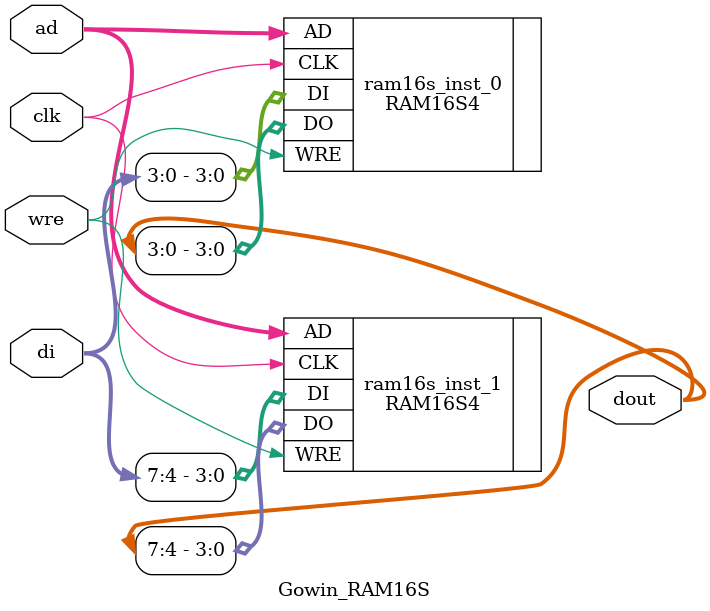
<source format=v>

module Gowin_RAM16S (dout, di, ad, wre, clk);

output [7:0] dout;
input [7:0] di;
input [3:0] ad;
input wre;
input clk;

RAM16S4 ram16s_inst_0 ( //lower bits
    .DO(dout[3:0]),
    .DI(di[3:0]),
    .AD(ad[3:0]),
    .WRE(wre),
    .CLK(clk)
);

defparam ram16s_inst_0.INIT_0 = 16'h1234;
defparam ram16s_inst_0.INIT_1 = 16'h0000;
defparam ram16s_inst_0.INIT_2 = 16'h0000;
defparam ram16s_inst_0.INIT_3 = 16'h0000;

RAM16S4 ram16s_inst_1 (
    .DO(dout[7:4]),
    .DI(di[7:4]),
    .AD(ad[3:0]),
    .WRE(wre),
    .CLK(clk)
);

defparam ram16s_inst_1.INIT_0 = 16'h0000; // upper bits
defparam ram16s_inst_1.INIT_1 = 16'h0000;
defparam ram16s_inst_1.INIT_2 = 16'h0000;
defparam ram16s_inst_1.INIT_3 = 16'h0000;

endmodule //Gowin_RAM16S

</source>
